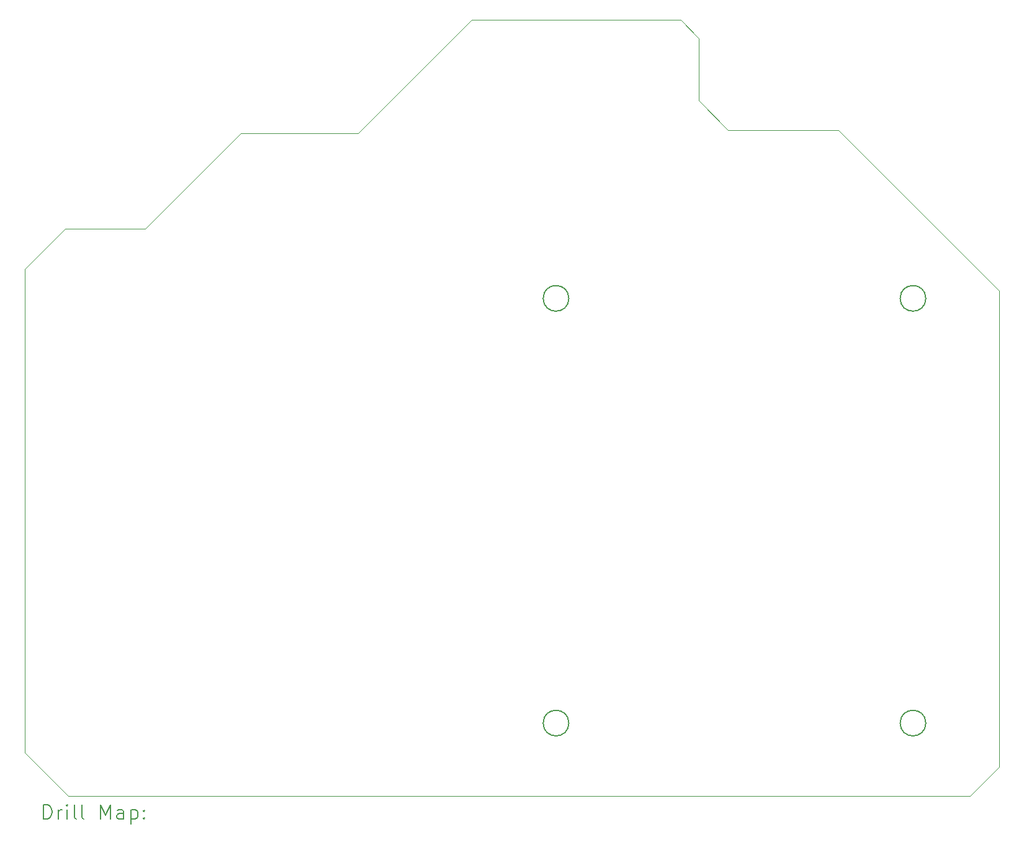
<source format=gbr>
%TF.GenerationSoftware,KiCad,Pcbnew,8.0.8-8.0.8-0~ubuntu24.04.1*%
%TF.CreationDate,2025-04-08T09:18:34-05:00*%
%TF.ProjectId,wasabi,77617361-6269-42e6-9b69-6361645f7063,rev?*%
%TF.SameCoordinates,Original*%
%TF.FileFunction,Drillmap*%
%TF.FilePolarity,Positive*%
%FSLAX45Y45*%
G04 Gerber Fmt 4.5, Leading zero omitted, Abs format (unit mm)*
G04 Created by KiCad (PCBNEW 8.0.8-8.0.8-0~ubuntu24.04.1) date 2025-04-08 09:18:34*
%MOMM*%
%LPD*%
G01*
G04 APERTURE LIST*
%ADD10C,0.050000*%
%ADD11C,0.200000*%
G04 APERTURE END LIST*
D10*
X7700000Y-14700000D02*
X20000000Y-14700000D01*
D11*
X19395000Y-13700000D02*
G75*
G02*
X19045000Y-13700000I-175000J0D01*
G01*
X19045000Y-13700000D02*
G75*
G02*
X19395000Y-13700000I175000J0D01*
G01*
D10*
X11650000Y-5650000D02*
X10050000Y-5650000D01*
X16700000Y-5600000D02*
X16300000Y-5200000D01*
X10050000Y-5650000D02*
X8750000Y-6950000D01*
D11*
X14525000Y-13700000D02*
G75*
G02*
X14175000Y-13700000I-175000J0D01*
G01*
X14175000Y-13700000D02*
G75*
G02*
X14525000Y-13700000I175000J0D01*
G01*
D10*
X7100000Y-7500000D02*
X7100000Y-13500000D01*
X7100000Y-13500000D02*
X7100000Y-14100000D01*
X16050000Y-4100000D02*
X13200000Y-4100000D01*
X7650000Y-6950000D02*
X7100000Y-7500000D01*
X18200000Y-5600000D02*
X16700000Y-5600000D01*
X20400000Y-7800000D02*
X18200000Y-5600000D01*
X20400000Y-14300000D02*
X20400000Y-7800000D01*
X20000000Y-14700000D02*
X20400000Y-14300000D01*
X8750000Y-6950000D02*
X7650000Y-6950000D01*
X16300000Y-5200000D02*
X16300000Y-4350000D01*
X7100000Y-14100000D02*
X7700000Y-14700000D01*
X16300000Y-4350000D02*
X16050000Y-4100000D01*
X13200000Y-4100000D02*
X11650000Y-5650000D01*
D11*
X14525000Y-7900000D02*
G75*
G02*
X14175000Y-7900000I-175000J0D01*
G01*
X14175000Y-7900000D02*
G75*
G02*
X14525000Y-7900000I175000J0D01*
G01*
X19395000Y-7900000D02*
G75*
G02*
X19045000Y-7900000I-175000J0D01*
G01*
X19045000Y-7900000D02*
G75*
G02*
X19395000Y-7900000I175000J0D01*
G01*
X7358277Y-15013984D02*
X7358277Y-14813984D01*
X7358277Y-14813984D02*
X7405896Y-14813984D01*
X7405896Y-14813984D02*
X7434467Y-14823508D01*
X7434467Y-14823508D02*
X7453515Y-14842555D01*
X7453515Y-14842555D02*
X7463039Y-14861603D01*
X7463039Y-14861603D02*
X7472562Y-14899698D01*
X7472562Y-14899698D02*
X7472562Y-14928269D01*
X7472562Y-14928269D02*
X7463039Y-14966365D01*
X7463039Y-14966365D02*
X7453515Y-14985412D01*
X7453515Y-14985412D02*
X7434467Y-15004460D01*
X7434467Y-15004460D02*
X7405896Y-15013984D01*
X7405896Y-15013984D02*
X7358277Y-15013984D01*
X7558277Y-15013984D02*
X7558277Y-14880650D01*
X7558277Y-14918746D02*
X7567801Y-14899698D01*
X7567801Y-14899698D02*
X7577324Y-14890174D01*
X7577324Y-14890174D02*
X7596372Y-14880650D01*
X7596372Y-14880650D02*
X7615420Y-14880650D01*
X7682086Y-15013984D02*
X7682086Y-14880650D01*
X7682086Y-14813984D02*
X7672562Y-14823508D01*
X7672562Y-14823508D02*
X7682086Y-14833031D01*
X7682086Y-14833031D02*
X7691610Y-14823508D01*
X7691610Y-14823508D02*
X7682086Y-14813984D01*
X7682086Y-14813984D02*
X7682086Y-14833031D01*
X7805896Y-15013984D02*
X7786848Y-15004460D01*
X7786848Y-15004460D02*
X7777324Y-14985412D01*
X7777324Y-14985412D02*
X7777324Y-14813984D01*
X7910658Y-15013984D02*
X7891610Y-15004460D01*
X7891610Y-15004460D02*
X7882086Y-14985412D01*
X7882086Y-14985412D02*
X7882086Y-14813984D01*
X8139229Y-15013984D02*
X8139229Y-14813984D01*
X8139229Y-14813984D02*
X8205896Y-14956841D01*
X8205896Y-14956841D02*
X8272562Y-14813984D01*
X8272562Y-14813984D02*
X8272562Y-15013984D01*
X8453515Y-15013984D02*
X8453515Y-14909222D01*
X8453515Y-14909222D02*
X8443991Y-14890174D01*
X8443991Y-14890174D02*
X8424944Y-14880650D01*
X8424944Y-14880650D02*
X8386848Y-14880650D01*
X8386848Y-14880650D02*
X8367801Y-14890174D01*
X8453515Y-15004460D02*
X8434467Y-15013984D01*
X8434467Y-15013984D02*
X8386848Y-15013984D01*
X8386848Y-15013984D02*
X8367801Y-15004460D01*
X8367801Y-15004460D02*
X8358277Y-14985412D01*
X8358277Y-14985412D02*
X8358277Y-14966365D01*
X8358277Y-14966365D02*
X8367801Y-14947317D01*
X8367801Y-14947317D02*
X8386848Y-14937793D01*
X8386848Y-14937793D02*
X8434467Y-14937793D01*
X8434467Y-14937793D02*
X8453515Y-14928269D01*
X8548753Y-14880650D02*
X8548753Y-15080650D01*
X8548753Y-14890174D02*
X8567801Y-14880650D01*
X8567801Y-14880650D02*
X8605896Y-14880650D01*
X8605896Y-14880650D02*
X8624944Y-14890174D01*
X8624944Y-14890174D02*
X8634467Y-14899698D01*
X8634467Y-14899698D02*
X8643991Y-14918746D01*
X8643991Y-14918746D02*
X8643991Y-14975888D01*
X8643991Y-14975888D02*
X8634467Y-14994936D01*
X8634467Y-14994936D02*
X8624944Y-15004460D01*
X8624944Y-15004460D02*
X8605896Y-15013984D01*
X8605896Y-15013984D02*
X8567801Y-15013984D01*
X8567801Y-15013984D02*
X8548753Y-15004460D01*
X8729705Y-14994936D02*
X8739229Y-15004460D01*
X8739229Y-15004460D02*
X8729705Y-15013984D01*
X8729705Y-15013984D02*
X8720182Y-15004460D01*
X8720182Y-15004460D02*
X8729705Y-14994936D01*
X8729705Y-14994936D02*
X8729705Y-15013984D01*
X8729705Y-14890174D02*
X8739229Y-14899698D01*
X8739229Y-14899698D02*
X8729705Y-14909222D01*
X8729705Y-14909222D02*
X8720182Y-14899698D01*
X8720182Y-14899698D02*
X8729705Y-14890174D01*
X8729705Y-14890174D02*
X8729705Y-14909222D01*
M02*

</source>
